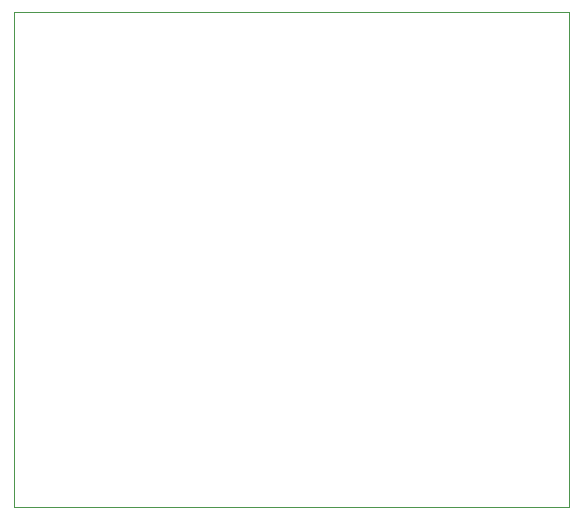
<source format=gbr>
G04 #@! TF.GenerationSoftware,KiCad,Pcbnew,5.1.5-52549c5~84~ubuntu18.04.1*
G04 #@! TF.CreationDate,2019-12-23T01:54:20+01:00*
G04 #@! TF.ProjectId,eq5drive,65713564-7269-4766-952e-6b696361645f,rev?*
G04 #@! TF.SameCoordinates,Original*
G04 #@! TF.FileFunction,Profile,NP*
%FSLAX46Y46*%
G04 Gerber Fmt 4.6, Leading zero omitted, Abs format (unit mm)*
G04 Created by KiCad (PCBNEW 5.1.5-52549c5~84~ubuntu18.04.1) date 2019-12-23 01:54:20*
%MOMM*%
%LPD*%
G04 APERTURE LIST*
%ADD10C,0.050000*%
G04 APERTURE END LIST*
D10*
X92710000Y-62230000D02*
X139700000Y-62230000D01*
X92710000Y-104140000D02*
X92710000Y-62230000D01*
X139700000Y-104140000D02*
X92710000Y-104140000D01*
X139700000Y-62230000D02*
X139700000Y-104140000D01*
M02*

</source>
